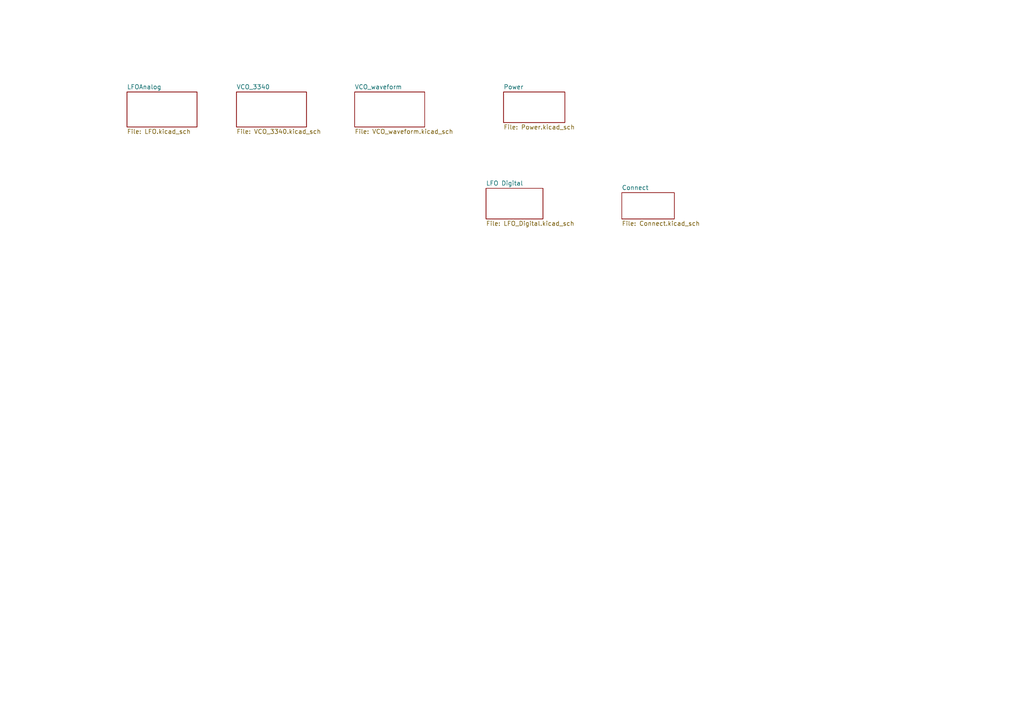
<source format=kicad_sch>
(kicad_sch
	(version 20250114)
	(generator "eeschema")
	(generator_version "9.0")
	(uuid "92765e2f-a998-485f-b610-76a9d5b50cba")
	(paper "A4")
	(lib_symbols)
	(sheet
		(at 140.97 54.61)
		(size 16.51 8.89)
		(exclude_from_sim no)
		(in_bom yes)
		(on_board yes)
		(dnp no)
		(fields_autoplaced yes)
		(stroke
			(width 0.1524)
			(type solid)
		)
		(fill
			(color 0 0 0 0.0000)
		)
		(uuid "1c4a6619-d626-4182-b701-3fbed1de3c75")
		(property "Sheetname" "LFO Digital"
			(at 140.97 53.8984 0)
			(effects
				(font
					(size 1.27 1.27)
				)
				(justify left bottom)
			)
		)
		(property "Sheetfile" "LFO_Digital.kicad_sch"
			(at 140.97 64.0846 0)
			(effects
				(font
					(size 1.27 1.27)
				)
				(justify left top)
			)
		)
		(instances
			(project "SynthBoard"
				(path "/92765e2f-a998-485f-b610-76a9d5b50cba"
					(page "11")
				)
			)
		)
	)
	(sheet
		(at 68.58 26.67)
		(size 20.32 10.16)
		(exclude_from_sim no)
		(in_bom yes)
		(on_board yes)
		(dnp no)
		(fields_autoplaced yes)
		(stroke
			(width 0.1524)
			(type solid)
		)
		(fill
			(color 0 0 0 0.0000)
		)
		(uuid "31ade73f-3a23-4ba6-8fdd-ae7b8a426ce4")
		(property "Sheetname" "VCO_3340"
			(at 68.58 25.9584 0)
			(effects
				(font
					(size 1.27 1.27)
				)
				(justify left bottom)
			)
		)
		(property "Sheetfile" "VCO_3340.kicad_sch"
			(at 68.58 37.4146 0)
			(effects
				(font
					(size 1.27 1.27)
				)
				(justify left top)
			)
		)
		(instances
			(project "SynthBoard"
				(path "/92765e2f-a998-485f-b610-76a9d5b50cba"
					(page "3")
				)
			)
		)
	)
	(sheet
		(at 102.87 26.67)
		(size 20.32 10.16)
		(exclude_from_sim no)
		(in_bom yes)
		(on_board yes)
		(dnp no)
		(fields_autoplaced yes)
		(stroke
			(width 0.1524)
			(type solid)
		)
		(fill
			(color 0 0 0 0.0000)
		)
		(uuid "54ae8d1b-caf5-4a85-9663-2a3f476f2243")
		(property "Sheetname" "VCO_waveform"
			(at 102.87 25.9584 0)
			(effects
				(font
					(size 1.27 1.27)
				)
				(justify left bottom)
			)
		)
		(property "Sheetfile" "VCO_waveform.kicad_sch"
			(at 102.87 37.4146 0)
			(effects
				(font
					(size 1.27 1.27)
				)
				(justify left top)
			)
		)
		(instances
			(project "SynthBoard"
				(path "/92765e2f-a998-485f-b610-76a9d5b50cba"
					(page "4")
				)
			)
		)
	)
	(sheet
		(at 36.83 26.67)
		(size 20.32 10.16)
		(exclude_from_sim no)
		(in_bom yes)
		(on_board yes)
		(dnp no)
		(fields_autoplaced yes)
		(stroke
			(width 0.1524)
			(type solid)
		)
		(fill
			(color 0 0 0 0.0000)
		)
		(uuid "703aad3c-b177-4856-b861-e207f207807c")
		(property "Sheetname" "LFOAnalog"
			(at 36.83 25.9584 0)
			(effects
				(font
					(size 1.27 1.27)
				)
				(justify left bottom)
			)
		)
		(property "Sheetfile" "LFO.kicad_sch"
			(at 36.83 37.4146 0)
			(effects
				(font
					(size 1.27 1.27)
				)
				(justify left top)
			)
		)
		(instances
			(project "SynthBoard"
				(path "/92765e2f-a998-485f-b610-76a9d5b50cba"
					(page "2")
				)
			)
		)
	)
	(sheet
		(at 180.34 55.88)
		(size 15.24 7.62)
		(exclude_from_sim no)
		(in_bom yes)
		(on_board yes)
		(dnp no)
		(fields_autoplaced yes)
		(stroke
			(width 0.1524)
			(type solid)
		)
		(fill
			(color 0 0 0 0.0000)
		)
		(uuid "a8184a09-2ac5-4159-bd95-783f5bee7b39")
		(property "Sheetname" "Connect"
			(at 180.34 55.1684 0)
			(effects
				(font
					(size 1.27 1.27)
				)
				(justify left bottom)
			)
		)
		(property "Sheetfile" "Connect.kicad_sch"
			(at 180.34 64.0846 0)
			(effects
				(font
					(size 1.27 1.27)
				)
				(justify left top)
			)
		)
		(instances
			(project "SynthBoard"
				(path "/92765e2f-a998-485f-b610-76a9d5b50cba"
					(page "12")
				)
			)
		)
	)
	(sheet
		(at 146.05 26.67)
		(size 17.78 8.89)
		(exclude_from_sim no)
		(in_bom yes)
		(on_board yes)
		(dnp no)
		(fields_autoplaced yes)
		(stroke
			(width 0.1524)
			(type solid)
		)
		(fill
			(color 0 0 0 0.0000)
		)
		(uuid "f1843a98-b8f0-4d2f-a60f-8ff83b866cf8")
		(property "Sheetname" "Power"
			(at 146.05 25.9584 0)
			(effects
				(font
					(size 1.27 1.27)
				)
				(justify left bottom)
			)
		)
		(property "Sheetfile" "Power.kicad_sch"
			(at 146.05 36.1446 0)
			(effects
				(font
					(size 1.27 1.27)
				)
				(justify left top)
			)
		)
		(instances
			(project "SynthBoard"
				(path "/92765e2f-a998-485f-b610-76a9d5b50cba"
					(page "5")
				)
			)
		)
	)
	(sheet_instances
		(path "/"
			(page "1")
		)
	)
	(embedded_fonts no)
)

</source>
